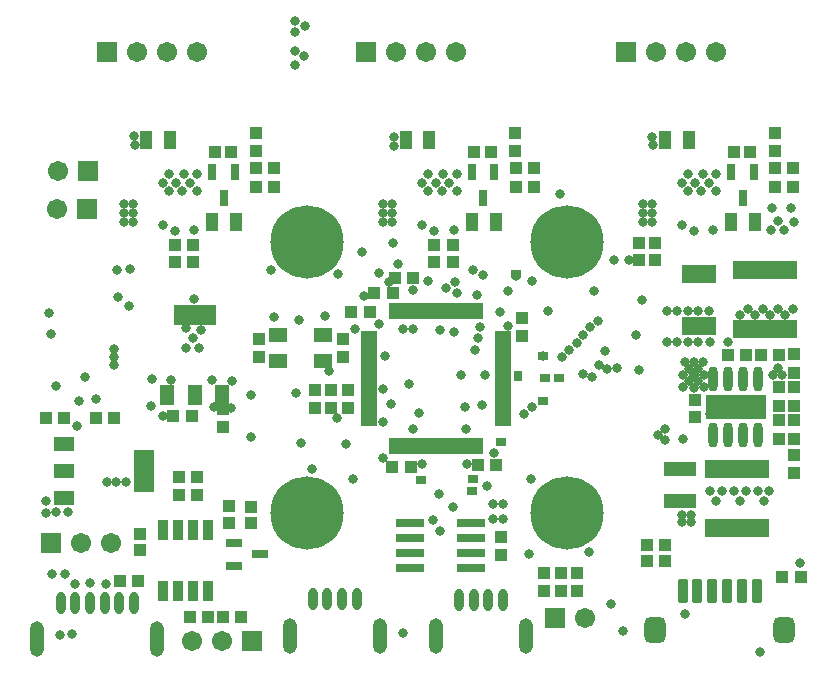
<source format=gts>
G04*
G04 #@! TF.GenerationSoftware,Altium Limited,Altium Designer,18.0.12 (696)*
G04*
G04 Layer_Color=8388736*
%FSLAX25Y25*%
%MOIN*%
G70*
G01*
G75*
%ADD18R,0.03600X0.03100*%
%ADD19R,0.03100X0.03600*%
%ADD20R,0.04343X0.03950*%
%ADD21R,0.04202X0.03898*%
%ADD22R,0.20485X0.08280*%
%ADD23O,0.03162X0.08280*%
%ADD24R,0.06902X0.05131*%
%ADD25R,0.06902X0.05131*%
%ADD26R,0.06902X0.14383*%
%ADD27R,0.04343X0.05918*%
%ADD28R,0.03950X0.04343*%
%ADD29R,0.03162X0.05328*%
%ADD30R,0.21272X0.06312*%
%ADD31R,0.11800X0.06300*%
%ADD32R,0.03898X0.04202*%
G04:AMPARAMS|DCode=33|XSize=118.24mil|YSize=47.37mil|CornerRadius=23.68mil|HoleSize=0mil|Usage=FLASHONLY|Rotation=90.000|XOffset=0mil|YOffset=0mil|HoleType=Round|Shape=RoundedRectangle|*
%AMROUNDEDRECTD33*
21,1,0.11824,0.00000,0,0,90.0*
21,1,0.07087,0.04737,0,0,90.0*
1,1,0.04737,0.00000,0.03544*
1,1,0.04737,0.00000,-0.03544*
1,1,0.04737,0.00000,-0.03544*
1,1,0.04737,0.00000,0.03544*
%
%ADD33ROUNDEDRECTD33*%
G04:AMPARAMS|DCode=34|XSize=31.62mil|YSize=74.93mil|CornerRadius=15.81mil|HoleSize=0mil|Usage=FLASHONLY|Rotation=0.000|XOffset=0mil|YOffset=0mil|HoleType=Round|Shape=RoundedRectangle|*
%AMROUNDEDRECTD34*
21,1,0.03162,0.04331,0,0,0.0*
21,1,0.00000,0.07493,0,0,0.0*
1,1,0.03162,0.00000,-0.02166*
1,1,0.03162,0.00000,-0.02166*
1,1,0.03162,0.00000,0.02166*
1,1,0.03162,0.00000,0.02166*
%
%ADD34ROUNDEDRECTD34*%
%ADD35R,0.05328X0.03162*%
%ADD36R,0.05131X0.06902*%
%ADD37R,0.05131X0.06902*%
%ADD38R,0.14383X0.06902*%
%ADD39R,0.06312X0.04737*%
%ADD40R,0.05524X0.01981*%
%ADD41R,0.01981X0.05524*%
%ADD42R,0.09461X0.03162*%
G04:AMPARAMS|DCode=43|XSize=35.56mil|YSize=78.87mil|CornerRadius=8.13mil|HoleSize=0mil|Usage=FLASHONLY|Rotation=0.000|XOffset=0mil|YOffset=0mil|HoleType=Round|Shape=RoundedRectangle|*
%AMROUNDEDRECTD43*
21,1,0.03556,0.06260,0,0,0.0*
21,1,0.01929,0.07887,0,0,0.0*
1,1,0.01627,0.00965,-0.03130*
1,1,0.01627,-0.00965,-0.03130*
1,1,0.01627,-0.00965,0.03130*
1,1,0.01627,0.00965,0.03130*
%
%ADD43ROUNDEDRECTD43*%
G04:AMPARAMS|DCode=44|XSize=70.99mil|YSize=86.74mil|CornerRadius=19.75mil|HoleSize=0mil|Usage=FLASHONLY|Rotation=180.000|XOffset=0mil|YOffset=0mil|HoleType=Round|Shape=RoundedRectangle|*
%AMROUNDEDRECTD44*
21,1,0.07099,0.04724,0,0,180.0*
21,1,0.03150,0.08674,0,0,180.0*
1,1,0.03950,-0.01575,0.02362*
1,1,0.03950,0.01575,0.02362*
1,1,0.03950,0.01575,-0.02362*
1,1,0.03950,-0.01575,-0.02362*
%
%ADD44ROUNDEDRECTD44*%
%ADD45R,0.11036X0.05131*%
%ADD46R,0.03200X0.06800*%
%ADD47C,0.06706*%
%ADD48R,0.06706X0.06706*%
%ADD49C,0.24400*%
%ADD50C,0.03162*%
D18*
X400500Y194850D02*
D03*
X427200Y207650D02*
D03*
X417800Y191350D02*
D03*
X418100Y195250D02*
D03*
X441400Y221350D02*
D03*
X446700Y229050D02*
D03*
X441900D02*
D03*
X432281Y263549D02*
D03*
X441200Y236350D02*
D03*
D19*
X432950Y229800D02*
D03*
D20*
X492000Y221556D02*
D03*
X492000Y216044D02*
D03*
X405100Y273356D02*
D03*
Y267844D02*
D03*
X411300Y273356D02*
D03*
Y267844D02*
D03*
X306900Y171544D02*
D03*
Y177056D02*
D03*
X318600Y267844D02*
D03*
Y273356D02*
D03*
X324800Y267844D02*
D03*
Y273356D02*
D03*
X344000Y186037D02*
D03*
Y180525D02*
D03*
X336500Y186256D02*
D03*
Y180744D02*
D03*
D21*
X427400Y170049D02*
D03*
X427400Y176151D02*
D03*
X438200Y292749D02*
D03*
Y298851D02*
D03*
X432200D02*
D03*
Y292749D02*
D03*
X518700Y298851D02*
D03*
Y292749D02*
D03*
X525000Y236851D02*
D03*
Y230749D02*
D03*
X520000Y219749D02*
D03*
Y225851D02*
D03*
X525000Y225851D02*
D03*
X525000Y219749D02*
D03*
X520000Y208749D02*
D03*
X520000Y214851D02*
D03*
X525000D02*
D03*
Y208749D02*
D03*
Y203351D02*
D03*
Y197249D02*
D03*
X345600Y310651D02*
D03*
Y304549D02*
D03*
X345700Y292749D02*
D03*
Y298851D02*
D03*
X351700D02*
D03*
Y292749D02*
D03*
X334600Y212549D02*
D03*
Y218651D02*
D03*
X346500Y242051D02*
D03*
Y235949D02*
D03*
X365300Y219049D02*
D03*
Y225151D02*
D03*
X376200D02*
D03*
Y219049D02*
D03*
X370700Y225151D02*
D03*
Y219049D02*
D03*
X374500Y235949D02*
D03*
Y242051D02*
D03*
X441800Y158049D02*
D03*
Y164151D02*
D03*
X447300D02*
D03*
Y158049D02*
D03*
X452700D02*
D03*
Y164151D02*
D03*
X524700Y298851D02*
D03*
Y292749D02*
D03*
X518600Y310651D02*
D03*
Y304549D02*
D03*
X432100Y310651D02*
D03*
Y304549D02*
D03*
X434200Y248951D02*
D03*
Y242849D02*
D03*
D22*
X505500Y219300D02*
D03*
D23*
X498000Y210048D02*
D03*
X503000D02*
D03*
X508000D02*
D03*
X513000D02*
D03*
X498000Y228552D02*
D03*
X503000D02*
D03*
X508000D02*
D03*
X513000D02*
D03*
D24*
X281813Y207155D02*
D03*
D25*
X281813Y198100D02*
D03*
X281813Y189045D02*
D03*
D26*
X308387Y198100D02*
D03*
D27*
X395500Y308500D02*
D03*
X403374D02*
D03*
X425500Y281000D02*
D03*
X417626D02*
D03*
X482000Y308500D02*
D03*
X489874D02*
D03*
X512000Y281000D02*
D03*
X504126D02*
D03*
X316874Y308500D02*
D03*
X309000D02*
D03*
X331126Y281000D02*
D03*
X339000D02*
D03*
D28*
X423956Y304500D02*
D03*
X418444D02*
D03*
X510456D02*
D03*
X504944D02*
D03*
X478756Y268500D02*
D03*
X473244D02*
D03*
X478756Y274000D02*
D03*
X473244D02*
D03*
X331944Y304500D02*
D03*
X337456D02*
D03*
D29*
X425140Y297729D02*
D03*
X417660D02*
D03*
X421400Y288871D02*
D03*
X511640Y297729D02*
D03*
X504160D02*
D03*
X507900Y288871D02*
D03*
X334900D02*
D03*
X331160Y297729D02*
D03*
X338640D02*
D03*
D30*
X515300Y264943D02*
D03*
Y245257D02*
D03*
X506000Y198643D02*
D03*
X506000Y178957D02*
D03*
D31*
X493300Y246400D02*
D03*
Y263800D02*
D03*
D32*
X509051Y236800D02*
D03*
X502949D02*
D03*
X520051D02*
D03*
X513949D02*
D03*
X323549Y149300D02*
D03*
X329651D02*
D03*
X340651D02*
D03*
X334549D02*
D03*
X306351Y161300D02*
D03*
X300249D02*
D03*
X326051Y196000D02*
D03*
X319949Y196000D02*
D03*
Y190000D02*
D03*
X326051D02*
D03*
X281751Y215600D02*
D03*
X275649D02*
D03*
X292349Y215800D02*
D03*
X298451D02*
D03*
X318149Y216200D02*
D03*
X324251D02*
D03*
X377449Y251000D02*
D03*
X383551D02*
D03*
X391251Y257400D02*
D03*
X385149D02*
D03*
X391949Y262500D02*
D03*
X398051D02*
D03*
X419649Y199900D02*
D03*
X425751D02*
D03*
X391149Y199400D02*
D03*
X397251D02*
D03*
X482051Y173500D02*
D03*
X475949D02*
D03*
X482051Y168000D02*
D03*
X475949D02*
D03*
X521149Y162700D02*
D03*
X527251D02*
D03*
D33*
X272800Y141952D02*
D03*
X312759D02*
D03*
X386959Y142983D02*
D03*
X356841D02*
D03*
X435759Y142952D02*
D03*
X405641D02*
D03*
D34*
X280500Y154157D02*
D03*
X285390D02*
D03*
X300161D02*
D03*
X305082D02*
D03*
X290319D02*
D03*
X295240D02*
D03*
X379282Y155189D02*
D03*
X374361D02*
D03*
X369439D02*
D03*
X364518D02*
D03*
X428082Y155157D02*
D03*
X423161D02*
D03*
X418239D02*
D03*
X413318D02*
D03*
D35*
X347129Y170200D02*
D03*
X338271Y166460D02*
D03*
Y173940D02*
D03*
D36*
X316145Y223313D02*
D03*
D37*
X325200Y223313D02*
D03*
X334255D02*
D03*
D38*
X325200Y249887D02*
D03*
D39*
X353020Y243331D02*
D03*
X367980D02*
D03*
X353020Y234669D02*
D03*
X367980Y234669D02*
D03*
D40*
X383259Y243664D02*
D03*
Y241695D02*
D03*
Y239727D02*
D03*
Y237758D02*
D03*
Y235790D02*
D03*
Y233821D02*
D03*
Y231853D02*
D03*
Y229884D02*
D03*
Y227916D02*
D03*
Y225947D02*
D03*
Y223979D02*
D03*
Y222010D02*
D03*
Y220042D02*
D03*
Y218073D02*
D03*
Y216105D02*
D03*
Y214136D02*
D03*
X428141D02*
D03*
Y216105D02*
D03*
Y218073D02*
D03*
Y220042D02*
D03*
Y222010D02*
D03*
Y223979D02*
D03*
Y225947D02*
D03*
Y227916D02*
D03*
Y229884D02*
D03*
Y231853D02*
D03*
Y233821D02*
D03*
Y235790D02*
D03*
Y237758D02*
D03*
Y239727D02*
D03*
Y241695D02*
D03*
Y243664D02*
D03*
D41*
X390936Y206459D02*
D03*
X392905D02*
D03*
X394873D02*
D03*
X396842D02*
D03*
X398810D02*
D03*
X400779D02*
D03*
X402747D02*
D03*
X404716D02*
D03*
X406684D02*
D03*
X408653D02*
D03*
X410621D02*
D03*
X412590D02*
D03*
X414558D02*
D03*
X416527D02*
D03*
X418495D02*
D03*
X420464D02*
D03*
Y251341D02*
D03*
X418495D02*
D03*
X416527D02*
D03*
X414558D02*
D03*
X412590D02*
D03*
X410621D02*
D03*
X408653D02*
D03*
X406684D02*
D03*
X404716D02*
D03*
X402747D02*
D03*
X400779D02*
D03*
X398810D02*
D03*
X396842D02*
D03*
X394873D02*
D03*
X392905D02*
D03*
X390936D02*
D03*
D42*
X417436Y170700D02*
D03*
X396964Y170700D02*
D03*
X417436Y165700D02*
D03*
Y175700D02*
D03*
X417436Y180700D02*
D03*
X396964Y165700D02*
D03*
Y175700D02*
D03*
Y180700D02*
D03*
D43*
X502661Y158086D02*
D03*
X512503Y158086D02*
D03*
X487897Y158086D02*
D03*
X507582D02*
D03*
X497739D02*
D03*
X492818D02*
D03*
D44*
X521755Y145094D02*
D03*
X478645D02*
D03*
D45*
X487000Y198615D02*
D03*
X487000Y187985D02*
D03*
D46*
X314600Y158000D02*
D03*
X319600D02*
D03*
X324600D02*
D03*
X329500D02*
D03*
X329600Y178400D02*
D03*
X324600D02*
D03*
X319600D02*
D03*
X314600D02*
D03*
D47*
X297400Y174000D02*
D03*
X287400D02*
D03*
X478971Y337683D02*
D03*
X488971D02*
D03*
X498971D02*
D03*
X392471D02*
D03*
X402471D02*
D03*
X412471D02*
D03*
X306150Y337600D02*
D03*
X316150D02*
D03*
X326150D02*
D03*
X324400Y141200D02*
D03*
X334400D02*
D03*
X279500Y298100D02*
D03*
X279400Y285400D02*
D03*
X455400Y149018D02*
D03*
D48*
X277400Y174000D02*
D03*
X468971Y337683D02*
D03*
X382471D02*
D03*
X296150Y337600D02*
D03*
X344400Y141200D02*
D03*
X289500Y298100D02*
D03*
X289400Y285400D02*
D03*
X445400Y149018D02*
D03*
D49*
X362779Y183952D02*
D03*
Y274503D02*
D03*
X449393D02*
D03*
Y183952D02*
D03*
D50*
X491600Y225800D02*
D03*
X415500Y212000D02*
D03*
X416000Y200500D02*
D03*
X432400Y263100D02*
D03*
X441200Y236400D02*
D03*
X419600Y242400D02*
D03*
X420200Y246100D02*
D03*
X421400Y263400D02*
D03*
X419200Y256700D02*
D03*
X429500Y258000D02*
D03*
X412500Y257500D02*
D03*
X517300Y278300D02*
D03*
X523900Y285800D02*
D03*
X517700Y285700D02*
D03*
X519700Y281200D02*
D03*
X524900Y281100D02*
D03*
X521800Y278200D02*
D03*
X360700Y207400D02*
D03*
X364200Y198600D02*
D03*
X446900Y290200D02*
D03*
X396700Y226900D02*
D03*
X368800Y249600D02*
D03*
X373000Y263800D02*
D03*
X351600Y249300D02*
D03*
X350600Y265100D02*
D03*
X359900Y248200D02*
D03*
X303600Y265200D02*
D03*
X299500Y256000D02*
D03*
X299300Y265000D02*
D03*
X292300Y222000D02*
D03*
X279100Y226300D02*
D03*
X288600Y229400D02*
D03*
X286800Y221200D02*
D03*
X282100Y163700D02*
D03*
X277600Y163800D02*
D03*
X284300Y143800D02*
D03*
X280400Y143500D02*
D03*
X464100Y153600D02*
D03*
X468100Y144800D02*
D03*
X411300Y186000D02*
D03*
X406800Y190500D02*
D03*
X422700Y193000D02*
D03*
X437200Y195200D02*
D03*
X477700Y309200D02*
D03*
X477900Y306600D02*
D03*
X391700Y309300D02*
D03*
Y306500D02*
D03*
X305100Y309600D02*
D03*
X305200Y306700D02*
D03*
X285300Y160300D02*
D03*
X290300Y160600D02*
D03*
X295500Y160500D02*
D03*
X298200Y233500D02*
D03*
Y236100D02*
D03*
X298300Y238800D02*
D03*
X310700Y219700D02*
D03*
X314600Y216500D02*
D03*
X310900Y228600D02*
D03*
X317200Y228500D02*
D03*
X325000Y255300D02*
D03*
X327200Y245100D02*
D03*
X324700Y242300D02*
D03*
X322300Y245600D02*
D03*
X326700Y238900D02*
D03*
X322200Y239100D02*
D03*
X331100Y228200D02*
D03*
X337600Y228100D02*
D03*
X337200Y218900D02*
D03*
X331500Y219200D02*
D03*
X275700Y188000D02*
D03*
Y184100D02*
D03*
X278900Y184200D02*
D03*
X283100Y184300D02*
D03*
X296000Y194300D02*
D03*
X298900Y194400D02*
D03*
X302200D02*
D03*
X513600Y137600D02*
D03*
X378000Y195200D02*
D03*
X303300Y252900D02*
D03*
X488100Y208800D02*
D03*
X391300Y273900D02*
D03*
X380900Y270900D02*
D03*
X390100Y261000D02*
D03*
X394500Y144000D02*
D03*
X277400Y243700D02*
D03*
X276500Y250600D02*
D03*
X437600Y261400D02*
D03*
X458300Y258100D02*
D03*
X443100Y251500D02*
D03*
X474200Y255100D02*
D03*
X472200Y243200D02*
D03*
X473200Y231600D02*
D03*
X436500Y170500D02*
D03*
X456700Y170900D02*
D03*
X399900Y217500D02*
D03*
X415400Y219200D02*
D03*
X358500Y348000D02*
D03*
X362000Y346500D02*
D03*
X358500Y344500D02*
D03*
Y338000D02*
D03*
X361500Y336500D02*
D03*
X358500Y333500D02*
D03*
X479500Y210000D02*
D03*
X482000Y208500D02*
D03*
Y212000D02*
D03*
X418500Y238500D02*
D03*
X411500Y244500D02*
D03*
X344000Y209500D02*
D03*
Y223500D02*
D03*
X359000Y224000D02*
D03*
X286000Y213000D02*
D03*
X527000Y167500D02*
D03*
X488500Y150500D02*
D03*
X421000Y220000D02*
D03*
X388000Y225500D02*
D03*
X390500Y220500D02*
D03*
X388500Y236500D02*
D03*
X386500Y247000D02*
D03*
X394662Y245500D02*
D03*
X378500D02*
D03*
X404619Y181781D02*
D03*
X407000Y178000D02*
D03*
X425000Y204000D02*
D03*
X388000Y202500D02*
D03*
X401000Y200500D02*
D03*
X434500Y243000D02*
D03*
X427000Y251000D02*
D03*
X381500Y256500D02*
D03*
X437500Y219500D02*
D03*
X435000Y217000D02*
D03*
X462819Y231988D02*
D03*
X457562Y229203D02*
D03*
X454500Y230500D02*
D03*
X460000Y233500D02*
D03*
X466000Y232500D02*
D03*
X454500Y243500D02*
D03*
X452738Y240762D02*
D03*
X450119Y238381D02*
D03*
X447500Y236000D02*
D03*
X459500Y248000D02*
D03*
X457000Y246000D02*
D03*
X462000Y238000D02*
D03*
X429500Y246500D02*
D03*
X412000Y261000D02*
D03*
X403000Y261500D02*
D03*
X418000Y265000D02*
D03*
X428000Y187000D02*
D03*
X424500D02*
D03*
X428000Y182000D02*
D03*
X424500D02*
D03*
X375500Y207000D02*
D03*
X372575Y215618D02*
D03*
X393000Y267000D02*
D03*
X398000Y258500D02*
D03*
X409000Y259000D02*
D03*
X398000Y245500D02*
D03*
X386500Y264000D02*
D03*
X414000Y230000D02*
D03*
X422000Y229884D02*
D03*
X370000Y231500D02*
D03*
X388000Y214500D02*
D03*
X398000Y212000D02*
D03*
X465000Y268500D02*
D03*
X470000Y268500D02*
D03*
X407000Y245000D02*
D03*
X487500Y181000D02*
D03*
X490500D02*
D03*
X487500Y183500D02*
D03*
X490500D02*
D03*
X515000Y188000D02*
D03*
X507000D02*
D03*
X499000D02*
D03*
X516500Y191500D02*
D03*
X513000D02*
D03*
X509000D02*
D03*
X505000D02*
D03*
X501000D02*
D03*
X497000D02*
D03*
X503000Y241000D02*
D03*
X518000Y230000D02*
D03*
X519500Y232500D02*
D03*
X521000Y230000D02*
D03*
X482500Y241000D02*
D03*
X486000D02*
D03*
X489500D02*
D03*
X493000D02*
D03*
X497000D02*
D03*
X496500Y251500D02*
D03*
X493000D02*
D03*
X489500D02*
D03*
X486000D02*
D03*
X482500D02*
D03*
X495000Y226000D02*
D03*
X493000Y228000D02*
D03*
X488000Y226000D02*
D03*
X490000Y228000D02*
D03*
X495000Y230000D02*
D03*
X491500D02*
D03*
X488000D02*
D03*
X493000Y232000D02*
D03*
X490000D02*
D03*
X494500Y234500D02*
D03*
X491500D02*
D03*
X488500D02*
D03*
X507000Y250000D02*
D03*
X509500Y252000D02*
D03*
X512000Y250000D02*
D03*
X514500Y252000D02*
D03*
X522000Y250000D02*
D03*
X524500Y252000D02*
D03*
X519500D02*
D03*
X517000Y250000D02*
D03*
X499000Y221500D02*
D03*
X512000Y217000D02*
D03*
X509000D02*
D03*
X506000D02*
D03*
X503000D02*
D03*
X500000D02*
D03*
X497000D02*
D03*
X502000Y221500D02*
D03*
X505000D02*
D03*
X508000D02*
D03*
X511000D02*
D03*
X514000D02*
D03*
X477500Y287000D02*
D03*
Y284000D02*
D03*
Y281000D02*
D03*
X474500D02*
D03*
Y284000D02*
D03*
Y287000D02*
D03*
X489500Y291500D02*
D03*
X494000D02*
D03*
X499000D02*
D03*
X494500Y297000D02*
D03*
X489500D02*
D03*
X492000Y294000D02*
D03*
X496500D02*
D03*
X487500D02*
D03*
X499000Y297000D02*
D03*
X487500Y280000D02*
D03*
X498000Y278500D02*
D03*
X491500Y278000D02*
D03*
X391000Y287000D02*
D03*
Y284000D02*
D03*
Y281000D02*
D03*
X388000D02*
D03*
Y284000D02*
D03*
Y287000D02*
D03*
X403000Y291500D02*
D03*
X407500D02*
D03*
X412500D02*
D03*
X408000Y297000D02*
D03*
X403000D02*
D03*
X405500Y294000D02*
D03*
X410000D02*
D03*
X401000D02*
D03*
X412500Y297000D02*
D03*
X401000Y280000D02*
D03*
X411500Y278500D02*
D03*
X405000Y278000D02*
D03*
X318500D02*
D03*
X325000Y278500D02*
D03*
X314500Y280000D02*
D03*
X326000Y297000D02*
D03*
X314500Y294000D02*
D03*
X323500D02*
D03*
X319000D02*
D03*
X316500Y297000D02*
D03*
X321500D02*
D03*
X326000Y291500D02*
D03*
X321000D02*
D03*
X316500D02*
D03*
X301500Y287000D02*
D03*
Y284000D02*
D03*
Y281000D02*
D03*
X304500D02*
D03*
Y284000D02*
D03*
Y287000D02*
D03*
M02*

</source>
